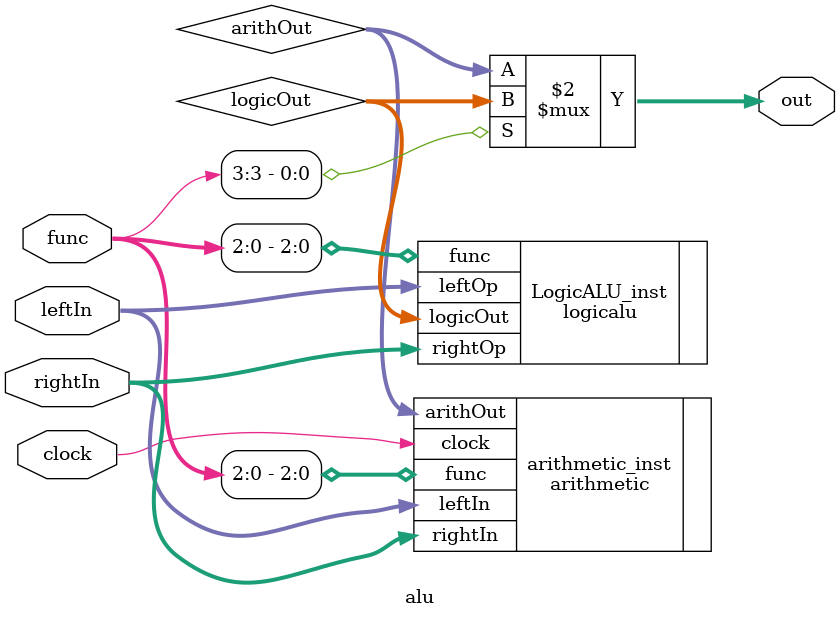
<source format=v>
module alu( output[31:0] out,
   			input[31:0] leftIn,         
  			input[31:0] rightIn,         
  			input[3:0] func,          
  			input clock);
  
  //internal wire signals
wire [31:0] arithOut;   
wire [31:0] logicOut;
    

    //instantiations
    //arithmetic alu unit
    

arithmetic arithmetic_inst( .arithOut(arithOut),
                .leftIn(leftIn),
                .rightIn(rightIn),
                .func(func[2:0]),
               .clock(clock)
        );

   //logic alu unit 

  logicalu LogicALU_inst( .logicOut(logicOut),
   .leftOp(leftIn),
 .rightOp(rightIn),
   .func(func[2:0])     );

 //output multiplexer
 //select is msb of func

   assign out = ( func[3] == 0 )? arithOut : logicOut;

endmodule


</source>
